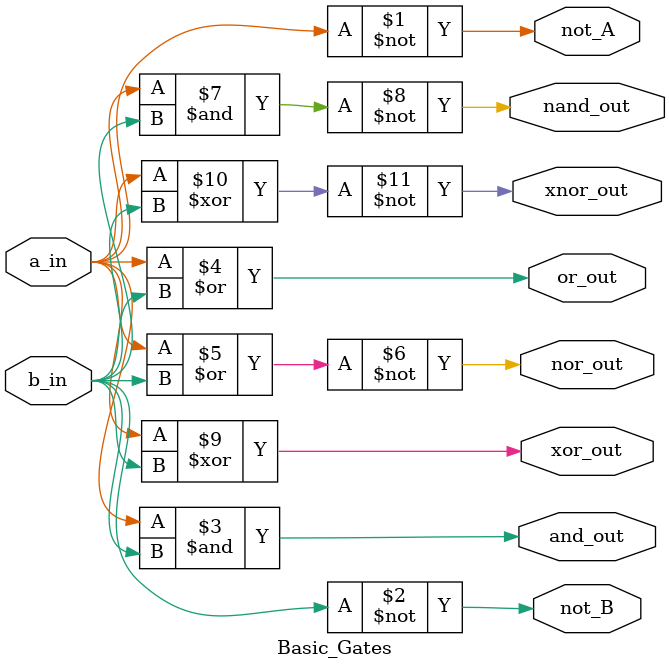
<source format=v>
module Basic_Gates(input a_in, b_in, 
                   output not_A, not_B, 
                   output and_out, or_out, 
                   output nor_out, nand_out, 
                   output xor_out, xnor_out);

  // Data flow style using continuous assignments
  assign not_A = ~a_in;
  assign not_B = ~b_in;
  assign and_out = a_in & b_in;
  assign or_out = a_in | b_in;
  assign nor_out = ~(a_in | b_in);
  assign nand_out = ~(a_in & b_in);
  assign xor_out = a_in ^ b_in;
  assign xnor_out = ~(a_in ^ b_in);

endmodule

</source>
